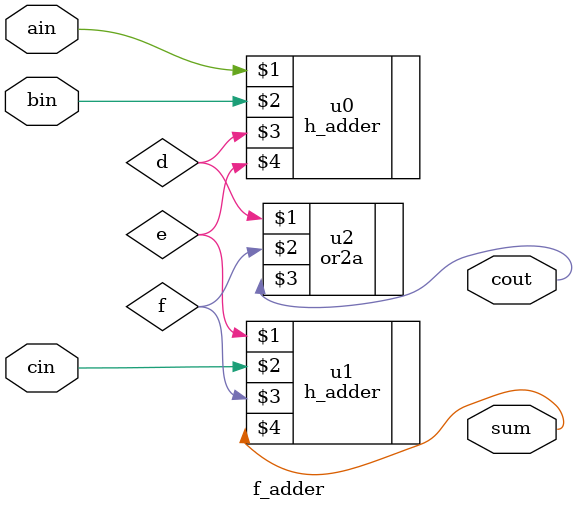
<source format=v>


module f_adder(ain,bin,cin,cout,sum);
    output cout,sum;
    input ain,bin,cin;
    wire ain,bin,cin,cout,sum;
    wire d,e,f;
    h_adder u0(ain,bin,d,e);
    h_adder u1(e,cin,f,sum);
    or2a u2(d,f,cout);
endmodule


</source>
